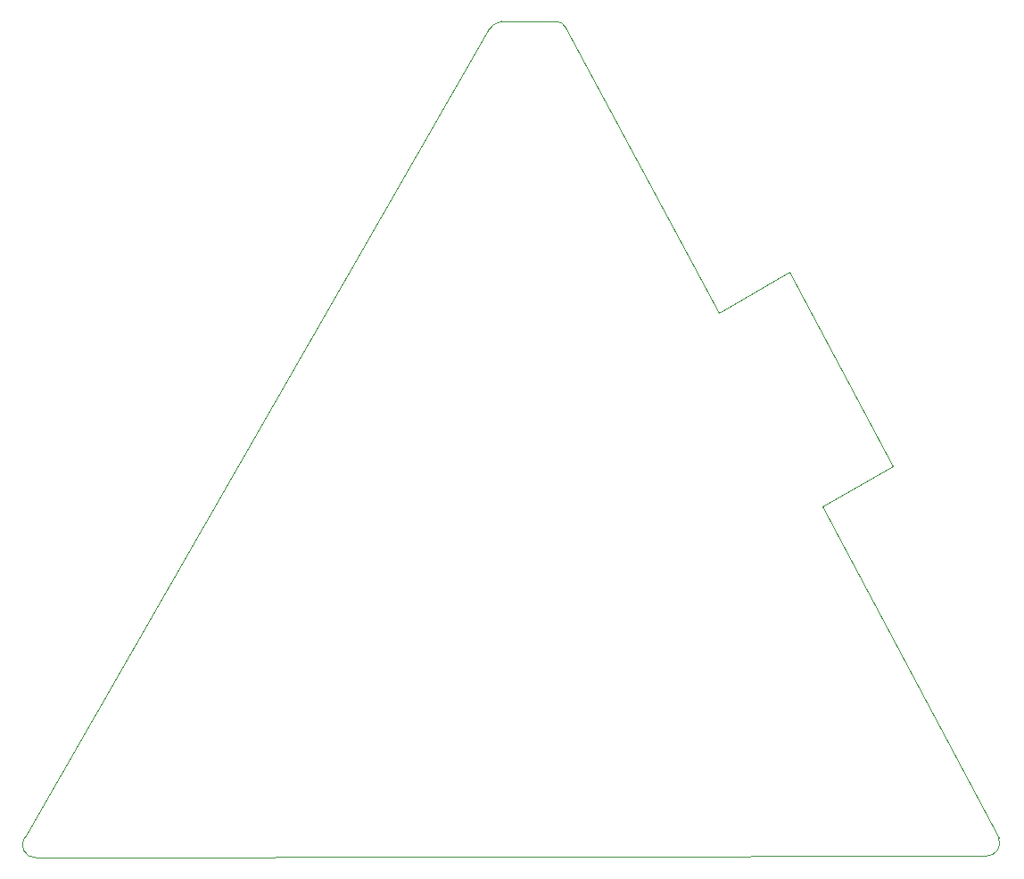
<source format=gbr>
%TF.GenerationSoftware,KiCad,Pcbnew,9.0.4*%
%TF.CreationDate,2025-10-26T17:47:32+01:00*%
%TF.ProjectId,esp32_fpga,65737033-325f-4667-9067-612e6b696361,rev?*%
%TF.SameCoordinates,Original*%
%TF.FileFunction,Profile,NP*%
%FSLAX46Y46*%
G04 Gerber Fmt 4.6, Leading zero omitted, Abs format (unit mm)*
G04 Created by KiCad (PCBNEW 9.0.4) date 2025-10-26 17:47:32*
%MOMM*%
%LPD*%
G01*
G04 APERTURE LIST*
%TA.AperFunction,Profile*%
%ADD10C,0.100000*%
%TD*%
G04 APERTURE END LIST*
D10*
X155164226Y-91150034D02*
X171903503Y-122628022D01*
X161872366Y-87335479D02*
X155164226Y-91150034D01*
X152010562Y-68912931D02*
X161872366Y-87335479D01*
X145340673Y-72792866D02*
X152010562Y-68912931D01*
X145340673Y-72792866D02*
X130819009Y-45670046D01*
X123440756Y-45945072D02*
X79478495Y-122539473D01*
X129916269Y-45080719D02*
G75*
G02*
X130819009Y-45670042I-47097J-1058225D01*
G01*
X124730000Y-45070000D02*
X129916013Y-45086466D01*
X171903503Y-122628020D02*
G75*
G02*
X170753887Y-124337969I-1129603J-481980D01*
G01*
X80518524Y-124490000D02*
G75*
G02*
X79478540Y-122539499I-60024J1220500D01*
G01*
X80518524Y-124490072D02*
X170753887Y-124337953D01*
X123440756Y-45945072D02*
G75*
G02*
X124728535Y-45062989I1703194J-1105468D01*
G01*
M02*

</source>
